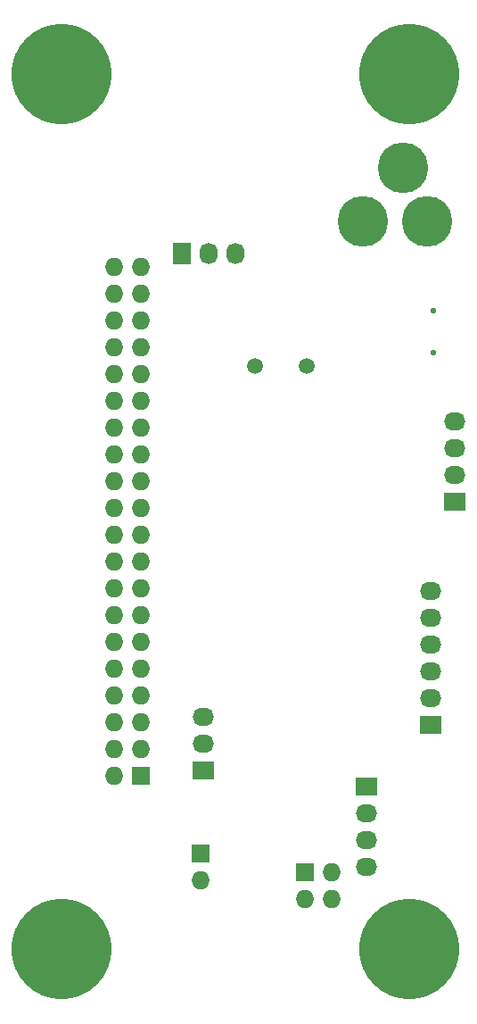
<source format=gbr>
G04 #@! TF.FileFunction,Soldermask,Bot*
%FSLAX46Y46*%
G04 Gerber Fmt 4.6, Leading zero omitted, Abs format (unit mm)*
G04 Created by KiCad (PCBNEW 4.0.1-stable) date 12/26/2016 8:36:13 PM*
%MOMM*%
G01*
G04 APERTURE LIST*
%ADD10C,0.100000*%
%ADD11R,2.032000X1.727200*%
%ADD12O,2.032000X1.727200*%
%ADD13R,1.727200X1.727200*%
%ADD14O,1.727200X1.727200*%
%ADD15R,1.727200X2.032000*%
%ADD16O,1.727200X2.032000*%
%ADD17C,4.800600*%
%ADD18C,0.550000*%
%ADD19C,1.501140*%
%ADD20C,9.525000*%
G04 APERTURE END LIST*
D10*
D11*
X53340000Y-56515000D03*
D12*
X53340000Y-53975000D03*
X53340000Y-51435000D03*
X53340000Y-48895000D03*
D13*
X29210000Y-89916000D03*
D14*
X29210000Y-92456000D03*
D15*
X27432000Y-33020000D03*
D16*
X29972000Y-33020000D03*
X32512000Y-33020000D03*
D11*
X29464000Y-82042000D03*
D12*
X29464000Y-79502000D03*
X29464000Y-76962000D03*
D17*
X50749200Y-29997400D03*
X44653200Y-29997400D03*
X48463200Y-24917400D03*
D13*
X23495000Y-82550000D03*
D14*
X20955000Y-82550000D03*
X23495000Y-80010000D03*
X20955000Y-80010000D03*
X23495000Y-77470000D03*
X20955000Y-77470000D03*
X23495000Y-74930000D03*
X20955000Y-74930000D03*
X23495000Y-72390000D03*
X20955000Y-72390000D03*
X23495000Y-69850000D03*
X20955000Y-69850000D03*
X23495000Y-67310000D03*
X20955000Y-67310000D03*
X23495000Y-64770000D03*
X20955000Y-64770000D03*
X23495000Y-62230000D03*
X20955000Y-62230000D03*
X23495000Y-59690000D03*
X20955000Y-59690000D03*
X23495000Y-57150000D03*
X20955000Y-57150000D03*
X23495000Y-54610000D03*
X20955000Y-54610000D03*
X23495000Y-52070000D03*
X20955000Y-52070000D03*
X23495000Y-49530000D03*
X20955000Y-49530000D03*
X23495000Y-46990000D03*
X20955000Y-46990000D03*
X23495000Y-44450000D03*
X20955000Y-44450000D03*
X23495000Y-41910000D03*
X20955000Y-41910000D03*
X23495000Y-39370000D03*
X20955000Y-39370000D03*
X23495000Y-36830000D03*
X20955000Y-36830000D03*
X23495000Y-34290000D03*
X20955000Y-34290000D03*
D18*
X51325000Y-42386000D03*
X51325000Y-38386000D03*
D19*
X34389060Y-43688000D03*
X39270940Y-43688000D03*
D11*
X44958000Y-83566000D03*
D12*
X44958000Y-86106000D03*
X44958000Y-88646000D03*
X44958000Y-91186000D03*
D13*
X39116000Y-91694000D03*
D14*
X41656000Y-91694000D03*
X39116000Y-94234000D03*
X41656000Y-94234000D03*
D11*
X51054000Y-77724000D03*
D12*
X51054000Y-75184000D03*
X51054000Y-72644000D03*
X51054000Y-70104000D03*
X51054000Y-67564000D03*
X51054000Y-65024000D03*
D20*
X16000000Y-16000000D03*
X49000000Y-16000000D03*
X16000000Y-99000000D03*
X49000000Y-99000000D03*
M02*

</source>
